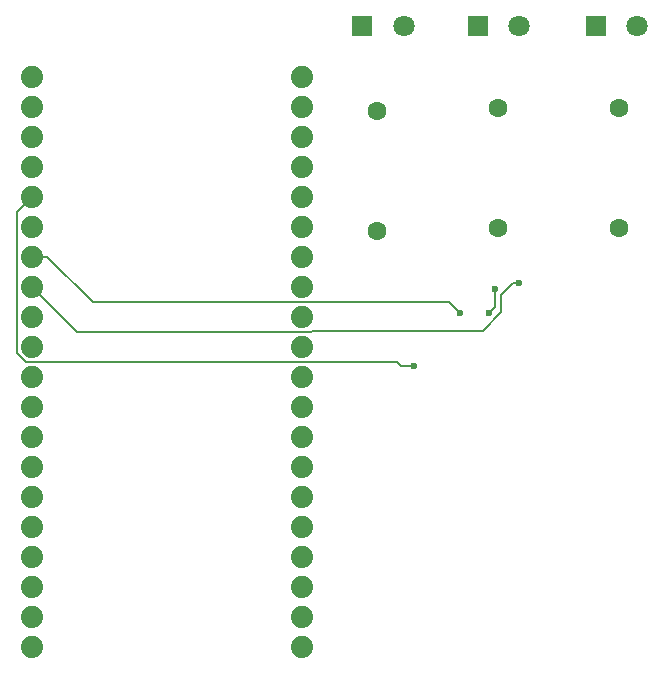
<source format=gbr>
%TF.GenerationSoftware,KiCad,Pcbnew,9.0.6*%
%TF.CreationDate,2025-11-23T12:16:46-08:00*%
%TF.ProjectId,CurrentTransformer,43757272-656e-4745-9472-616e73666f72,rev?*%
%TF.SameCoordinates,Original*%
%TF.FileFunction,Copper,L2,Bot*%
%TF.FilePolarity,Positive*%
%FSLAX46Y46*%
G04 Gerber Fmt 4.6, Leading zero omitted, Abs format (unit mm)*
G04 Created by KiCad (PCBNEW 9.0.6) date 2025-11-23 12:16:46*
%MOMM*%
%LPD*%
G01*
G04 APERTURE LIST*
%TA.AperFunction,ComponentPad*%
%ADD10C,1.879600*%
%TD*%
%TA.AperFunction,ComponentPad*%
%ADD11R,1.800000X1.800000*%
%TD*%
%TA.AperFunction,ComponentPad*%
%ADD12C,1.800000*%
%TD*%
%TA.AperFunction,ComponentPad*%
%ADD13C,1.600000*%
%TD*%
%TA.AperFunction,ViaPad*%
%ADD14C,0.600000*%
%TD*%
%TA.AperFunction,Conductor*%
%ADD15C,0.200000*%
%TD*%
G04 APERTURE END LIST*
D10*
%TO.P,U1,J1_1,GND*%
%TO.N,GND*%
X155750000Y-119030000D03*
%TO.P,U1,J1_2,VUSB*%
%TO.N,VUSB*%
X155750000Y-116490000D03*
%TO.P,U1,J1_3,VBAT*%
%TO.N,VBAT*%
X155750000Y-113950000D03*
%TO.P,U1,J1_4,GND*%
%TO.N,GND*%
X155750000Y-111410000D03*
%TO.P,U1,J1_5,3.3V/3V3*%
%TO.N,+3.3V*%
X155750000Y-108870000D03*
%TO.P,U1,J1_6,RESET/~{RST}*%
%TO.N,unconnected-(U1-RESET{slash}~{RST}-PadJ1_6)*%
X155750000Y-106330000D03*
%TO.P,U1,J1_7,TOUCH4/HSPI_ID/ADC2_4/GPIO13/13*%
%TO.N,unconnected-(U1-TOUCH4{slash}HSPI_ID{slash}ADC2_4{slash}GPIO13{slash}13-PadJ1_7)*%
X155750000Y-103790000D03*
%TO.P,U1,J1_8,TOUCH5/HSPI_Q/ADC2_5/GPIO12/12*%
%TO.N,unconnected-(U1-TOUCH5{slash}HSPI_Q{slash}ADC2_5{slash}GPIO12{slash}12-PadJ1_8)*%
X155750000Y-101250000D03*
%TO.P,U1,J1_9,TOUCH6/HSPI_CLK/ADC2_6/GPIO14/14*%
%TO.N,unconnected-(U1-TOUCH6{slash}HSPI_CLK{slash}ADC2_6{slash}GPIO14{slash}14-PadJ1_9)*%
X155750000Y-98710000D03*
%TO.P,U1,J1_10,TOUCH7/ADC2_7/GPIO27/27*%
%TO.N,unconnected-(U1-TOUCH7{slash}ADC2_7{slash}GPIO27{slash}27-PadJ1_10)*%
X155750000Y-96170000D03*
%TO.P,U1,J1_11,DAC2/ADC2_9/GPIO26/26*%
%TO.N,unconnected-(U1-DAC2{slash}ADC2_9{slash}GPIO26{slash}26-PadJ1_11)*%
X155750000Y-93630000D03*
%TO.P,U1,J1_12,DAC1/ADC2_8/GPIO25/25*%
%TO.N,unconnected-(U1-DAC1{slash}ADC2_8{slash}GPIO25{slash}25-PadJ1_12)*%
X155750000Y-91090000D03*
%TO.P,U1,J1_13,VDET2/ADC1_7/GPIO35/35*%
%TO.N,/V_Shunt3*%
X155750000Y-88550000D03*
%TO.P,U1,J1_14,VDET1/ADC1_6/GPIO34/34*%
%TO.N,/V_Shunt2*%
X155750000Y-86010000D03*
%TO.P,U1,J1_15,TOUCH8/ADC1_5/GPIO33/XTAL32/33*%
%TO.N,/V_Shunt1*%
X155750000Y-83470000D03*
%TO.P,U1,J1_16,TOUCH9/ADC1_4/GPIO32/XTAL32/32*%
%TO.N,/Bias*%
X155750000Y-80930000D03*
%TO.P,U1,J1_17,ADC1_3/GPIO39/SENSEVN/39*%
%TO.N,unconnected-(U1-ADC1_3{slash}GPIO39{slash}SENSEVN{slash}39-PadJ1_17)*%
X155750000Y-78390000D03*
%TO.P,U1,J1_18,ADC1_2/GPIO38/CAPVN/38*%
%TO.N,unconnected-(U1-ADC1_2{slash}GPIO38{slash}CAPVN{slash}38-PadJ1_18)*%
X155750000Y-75850000D03*
%TO.P,U1,J1_19,ADC1_1/GPIO37/CAPVP/37*%
%TO.N,unconnected-(U1-ADC1_1{slash}GPIO37{slash}CAPVP{slash}37-PadJ1_19)*%
X155750000Y-73310000D03*
%TO.P,U1,J1_20,ADC1_0/GPIO36/SENSEVP/36*%
%TO.N,unconnected-(U1-ADC1_0{slash}GPIO36{slash}SENSEVP{slash}36-PadJ1_20)*%
X155750000Y-70770000D03*
%TO.P,U1,J2_1,GND*%
%TO.N,GND*%
X178610000Y-119030000D03*
%TO.P,U1,J2_2,VUSB*%
%TO.N,VUSB*%
X178610000Y-116490000D03*
%TO.P,U1,J2_3,VBAT*%
%TO.N,VBAT*%
X178610000Y-113950000D03*
%TO.P,U1,J2_4,GND*%
%TO.N,GND*%
X178610000Y-111410000D03*
%TO.P,U1,J2_5,3.3V/3V3*%
%TO.N,+3.3V*%
X178610000Y-108870000D03*
%TO.P,U1,J2_6,U2_RXD/GPIO16/16*%
%TO.N,unconnected-(U1-U2_RXD{slash}GPIO16{slash}16-PadJ2_6)*%
X178610000Y-106330000D03*
%TO.P,U1,J2_7,U2_TXD/GPIO17/17*%
%TO.N,unconnected-(U1-U2_TXD{slash}GPIO17{slash}17-PadJ2_7)*%
X178610000Y-103790000D03*
%TO.P,U1,J2_8,TOUCH0/HSPI_HD/ADC2_0/GPIO4/4*%
%TO.N,unconnected-(U1-TOUCH0{slash}HSPI_HD{slash}ADC2_0{slash}GPIO4{slash}4-PadJ2_8)*%
X178610000Y-101250000D03*
%TO.P,U1,J2_9,BUTTON/TOUCH1/ADC2_1/GPIO0/CLK1/0*%
%TO.N,unconnected-(U1-BUTTON{slash}TOUCH1{slash}ADC2_1{slash}GPIO0{slash}CLK1{slash}0-PadJ2_9)*%
X178610000Y-98710000D03*
%TO.P,U1,J2_10,TOUCH2/HSPI_WP/ADC2_2/GPIO2/CS/2*%
%TO.N,unconnected-(U1-TOUCH2{slash}HSPI_WP{slash}ADC2_2{slash}GPIO2{slash}CS{slash}2-PadJ2_10)*%
X178610000Y-96170000D03*
%TO.P,U1,J2_11,TOUCH3/HSPI_CS0/ADC2_3/GPIO15/15*%
%TO.N,unconnected-(U1-TOUCH3{slash}HSPI_CS0{slash}ADC2_3{slash}GPIO15{slash}15-PadJ2_11)*%
X178610000Y-93630000D03*
%TO.P,U1,J2_12,V_SPI_CS0/LED(BLUE)/GPIO5/5*%
%TO.N,unconnected-(U1-V_SPI_CS0{slash}LED(BLUE){slash}GPIO5{slash}5-PadJ2_12)*%
X178610000Y-91090000D03*
%TO.P,U1,J2_13,V_SPI_CLK/GPIO18/SCK/18*%
%TO.N,unconnected-(U1-V_SPI_CLK{slash}GPIO18{slash}SCK{slash}18-PadJ2_13)*%
X178610000Y-88550000D03*
%TO.P,U1,J2_14,V_SPI_D/GPIO23/MOSI/23*%
%TO.N,unconnected-(U1-V_SPI_D{slash}GPIO23{slash}MOSI{slash}23-PadJ2_14)*%
X178610000Y-86010000D03*
%TO.P,U1,J2_15,U0_CTS/V_SPI_Q/GPIO19/MISO/19*%
%TO.N,unconnected-(U1-U0_CTS{slash}V_SPI_Q{slash}GPIO19{slash}MISO{slash}19-PadJ2_15)*%
X178610000Y-83470000D03*
%TO.P,U1,J2_16,U0_RTS/V_SPI_WP/GPIO22/SCL/22*%
%TO.N,unconnected-(U1-U0_RTS{slash}V_SPI_WP{slash}GPIO22{slash}SCL{slash}22-PadJ2_16)*%
X178610000Y-80930000D03*
%TO.P,U1,J2_17,U0_RXD/GPIO3/CLK2/RX*%
%TO.N,unconnected-(U1-U0_RXD{slash}GPIO3{slash}CLK2{slash}RX-PadJ2_17)*%
X178610000Y-78390000D03*
%TO.P,U1,J2_18,U0_TXD/GPIO1/CLK3/TX*%
%TO.N,unconnected-(U1-U0_TXD{slash}GPIO1{slash}CLK3{slash}TX-PadJ2_18)*%
X178610000Y-75850000D03*
%TO.P,U1,J2_19,V_SPI_HD/GPIO21/SDA/21*%
%TO.N,unconnected-(U1-V_SPI_HD{slash}GPIO21{slash}SDA{slash}21-PadJ2_19)*%
X178610000Y-73310000D03*
%TO.P,U1,J2_20,GND*%
%TO.N,GND*%
X178610000Y-70770000D03*
%TD*%
D11*
%TO.P,J3,1,Pin_1*%
%TO.N,Net-(J3-Pin_1)*%
X203500000Y-66500000D03*
D12*
%TO.P,J3,2,Pin_2*%
%TO.N,/V_Shunt3*%
X207000000Y-66500000D03*
%TD*%
D11*
%TO.P,J2,1,Pin_1*%
%TO.N,Net-(J2-Pin_1)*%
X183750000Y-66500000D03*
D12*
%TO.P,J2,2,Pin_2*%
%TO.N,/V_Shunt1*%
X187250000Y-66500000D03*
%TD*%
D13*
%TO.P,R4,1*%
%TO.N,/V_Shunt1*%
X185000000Y-83830000D03*
%TO.P,R4,2*%
%TO.N,Net-(J2-Pin_1)*%
X185000000Y-73670000D03*
%TD*%
%TO.P,R5,1*%
%TO.N,/V_Shunt3*%
X205500000Y-83580000D03*
%TO.P,R5,2*%
%TO.N,Net-(J3-Pin_1)*%
X205500000Y-73420000D03*
%TD*%
D11*
%TO.P,J1,1,Pin_1*%
%TO.N,Net-(J1-Pin_1)*%
X193500000Y-66500000D03*
D12*
%TO.P,J1,2,Pin_2*%
%TO.N,/V_Shunt2*%
X197000000Y-66500000D03*
%TD*%
D13*
%TO.P,R3,1*%
%TO.N,/V_Shunt2*%
X195250000Y-83580000D03*
%TO.P,R3,2*%
%TO.N,Net-(J1-Pin_1)*%
X195250000Y-73420000D03*
%TD*%
D14*
%TO.N,/V_Shunt2*%
X192009764Y-90759764D03*
X195000000Y-88750000D03*
X194488235Y-90761765D03*
%TO.N,/V_Shunt3*%
X197000000Y-88250000D03*
%TO.N,/Bias*%
X188075000Y-95250000D03*
%TD*%
D15*
%TO.N,/V_Shunt2*%
X160918277Y-89849200D02*
X157079077Y-86010000D01*
X157079077Y-86010000D02*
X155750000Y-86010000D01*
X192009764Y-90759764D02*
X191099200Y-89849200D01*
X191099200Y-89849200D02*
X160918277Y-89849200D01*
X195000000Y-90250000D02*
X194488235Y-90761765D01*
X195000000Y-88750000D02*
X195000000Y-90250000D01*
%TO.N,/V_Shunt3*%
X159589200Y-92389200D02*
X155750000Y-88550000D01*
X195500000Y-89250000D02*
X195500000Y-90701698D01*
X193951698Y-92250000D02*
X179500000Y-92250000D01*
X179360800Y-92389200D02*
X159589200Y-92389200D01*
X179500000Y-92250000D02*
X179360800Y-92389200D01*
X195500000Y-90701698D02*
X193951698Y-92250000D01*
X196500000Y-88250000D02*
X195500000Y-89250000D01*
X197000000Y-88250000D02*
X196500000Y-88250000D01*
%TO.N,/Bias*%
X155294443Y-94929200D02*
X154500000Y-94134757D01*
X186679200Y-94929200D02*
X155294443Y-94929200D01*
X188075000Y-95250000D02*
X187000000Y-95250000D01*
X154500000Y-94134757D02*
X154500000Y-82180000D01*
X187000000Y-95250000D02*
X186679200Y-94929200D01*
X154500000Y-82180000D02*
X155750000Y-80930000D01*
%TD*%
M02*

</source>
